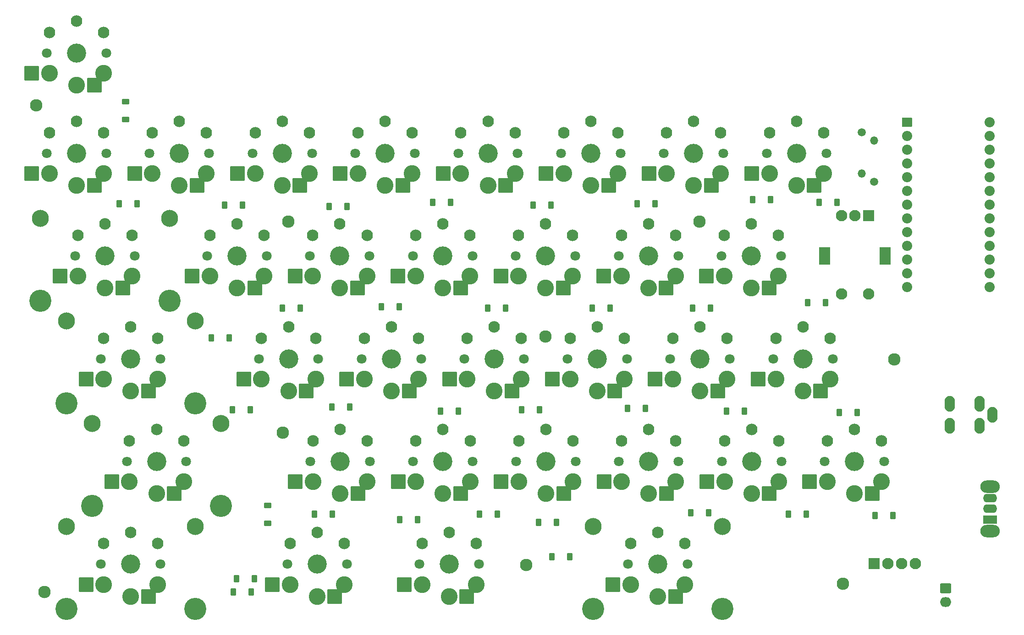
<source format=gbr>
%TF.GenerationSoftware,KiCad,Pcbnew,8.0.6*%
%TF.CreationDate,2024-11-01T15:41:53-06:00*%
%TF.ProjectId,simple_split,73696d70-6c65-45f7-9370-6c69742e6b69,v1.0.0*%
%TF.SameCoordinates,Original*%
%TF.FileFunction,Soldermask,Bot*%
%TF.FilePolarity,Negative*%
%FSLAX46Y46*%
G04 Gerber Fmt 4.6, Leading zero omitted, Abs format (unit mm)*
G04 Created by KiCad (PCBNEW 8.0.6) date 2024-11-01 15:41:53*
%MOMM*%
%LPD*%
G01*
G04 APERTURE LIST*
G04 Aperture macros list*
%AMRoundRect*
0 Rectangle with rounded corners*
0 $1 Rounding radius*
0 $2 $3 $4 $5 $6 $7 $8 $9 X,Y pos of 4 corners*
0 Add a 4 corners polygon primitive as box body*
4,1,4,$2,$3,$4,$5,$6,$7,$8,$9,$2,$3,0*
0 Add four circle primitives for the rounded corners*
1,1,$1+$1,$2,$3*
1,1,$1+$1,$4,$5*
1,1,$1+$1,$6,$7*
1,1,$1+$1,$8,$9*
0 Add four rect primitives between the rounded corners*
20,1,$1+$1,$2,$3,$4,$5,0*
20,1,$1+$1,$4,$5,$6,$7,0*
20,1,$1+$1,$6,$7,$8,$9,0*
20,1,$1+$1,$8,$9,$2,$3,0*%
G04 Aperture macros list end*
%ADD10C,4.087800*%
%ADD11C,3.148000*%
%ADD12C,1.801800*%
%ADD13C,3.100000*%
%ADD14C,3.529000*%
%ADD15RoundRect,0.050000X1.300000X1.300000X-1.300000X1.300000X-1.300000X-1.300000X1.300000X-1.300000X0*%
%ADD16C,2.132000*%
%ADD17C,1.500000*%
%ADD18O,1.500000X1.500000*%
%ADD19C,0.900000*%
%ADD20RoundRect,0.050000X0.450000X0.600000X-0.450000X0.600000X-0.450000X-0.600000X0.450000X-0.600000X0*%
%ADD21RoundRect,0.050000X-0.450000X-0.600000X0.450000X-0.600000X0.450000X0.600000X-0.450000X0.600000X0*%
%ADD22C,2.300000*%
%ADD23RoundRect,0.264706X-0.785294X0.635294X-0.785294X-0.635294X0.785294X-0.635294X0.785294X0.635294X0*%
%ADD24O,2.100000X1.800000*%
%ADD25RoundRect,0.050000X-1.000000X-1.000000X1.000000X-1.000000X1.000000X1.000000X-1.000000X1.000000X0*%
%ADD26C,2.100000*%
%ADD27RoundRect,0.050000X-0.600000X0.450000X-0.600000X-0.450000X0.600000X-0.450000X0.600000X0.450000X0*%
%ADD28RoundRect,0.050000X-0.889000X-0.762000X0.889000X-0.762000X0.889000X0.762000X-0.889000X0.762000X0*%
%ADD29C,1.878000*%
%ADD30RoundRect,0.050000X0.600000X-0.450000X0.600000X0.450000X-0.600000X0.450000X-0.600000X-0.450000X0*%
%ADD31O,3.600000X2.300000*%
%ADD32RoundRect,0.050000X1.250000X-0.750000X1.250000X0.750000X-1.250000X0.750000X-1.250000X-0.750000X0*%
%ADD33O,2.600000X1.600000*%
%ADD34O,1.900000X2.900000*%
%ADD35RoundRect,0.050000X-1.000000X1.000000X-1.000000X-1.000000X1.000000X-1.000000X1.000000X1.000000X0*%
%ADD36RoundRect,0.050000X-1.000000X1.600000X-1.000000X-1.600000X1.000000X-1.600000X1.000000X1.600000X0*%
G04 APERTURE END LIST*
D10*
%TO.C,DRA5*%
X239175500Y-193607000D03*
X215375500Y-193607000D03*
D11*
X239175500Y-178367000D03*
X215375500Y-178367000D03*
%TD*%
D10*
%TO.C,DRA4*%
X141832500Y-193607000D03*
X118032500Y-193607000D03*
D11*
X141832500Y-178367000D03*
X118032500Y-178367000D03*
%TD*%
D10*
%TO.C,DRA3*%
X146595000Y-174607000D03*
X122795000Y-174607000D03*
D11*
X146595000Y-159367000D03*
X122795000Y-159367000D03*
%TD*%
D10*
%TO.C,DRA2*%
X137070000Y-136607000D03*
X113270000Y-136607000D03*
D11*
X137070000Y-121367000D03*
X113270000Y-121367000D03*
%TD*%
D10*
%TO.C,DRA1*%
X141832500Y-155607000D03*
X118032500Y-155607000D03*
D11*
X141832500Y-140367000D03*
X118032500Y-140367000D03*
%TD*%
D12*
%TO.C,S33*%
X258407500Y-109352000D03*
D13*
X257907500Y-113102000D03*
X252907500Y-115302000D03*
D14*
X252907500Y-109352000D03*
D13*
X247907500Y-113102000D03*
D12*
X247407500Y-109352000D03*
D15*
X256182500Y-115302000D03*
D16*
X252907500Y-103452000D03*
X257907500Y-105552000D03*
X247907500Y-105552000D03*
D15*
X244632500Y-113102000D03*
%TD*%
D17*
%TO.C,R3*%
X267260000Y-114644000D03*
D18*
X267260000Y-107024000D03*
%TD*%
D19*
%TO.C,D26*%
X236652000Y-175858000D03*
D20*
X236652000Y-175858000D03*
D19*
X233352000Y-175858000D03*
D20*
X233352000Y-175858000D03*
%TD*%
D19*
%TO.C,D24*%
X194364000Y-176112000D03*
D21*
X194364000Y-176112000D03*
D19*
X197664000Y-176112000D03*
D21*
X197664000Y-176112000D03*
%TD*%
D12*
%TO.C,S31*%
X194225500Y-185352000D03*
D13*
X193725500Y-189102000D03*
X188725500Y-191302000D03*
D14*
X188725500Y-185352000D03*
D13*
X183725500Y-189102000D03*
D12*
X183225500Y-185352000D03*
D15*
X192000500Y-191302000D03*
D16*
X188725500Y-179452000D03*
X193725500Y-181552000D03*
X183725500Y-181552000D03*
D15*
X180450500Y-189102000D03*
%TD*%
D12*
%TO.C,S8*%
X130670000Y-128352000D03*
D13*
X130170000Y-132102000D03*
X125170000Y-134302000D03*
D14*
X125170000Y-128352000D03*
D13*
X120170000Y-132102000D03*
D12*
X119670000Y-128352000D03*
D15*
X128445000Y-134302000D03*
D16*
X125170000Y-122452000D03*
X130170000Y-124552000D03*
X120170000Y-124552000D03*
D15*
X116895000Y-132102000D03*
%TD*%
D19*
%TO.C,D6*%
X226746000Y-118708000D03*
D20*
X226746000Y-118708000D03*
D19*
X223446000Y-118708000D03*
D20*
X223446000Y-118708000D03*
%TD*%
D19*
%TO.C,D33*%
X260400000Y-118454000D03*
D20*
X260400000Y-118454000D03*
D19*
X257100000Y-118454000D03*
D20*
X257100000Y-118454000D03*
%TD*%
D19*
%TO.C,D9*%
X161214000Y-138012000D03*
D20*
X161214000Y-138012000D03*
D19*
X157914000Y-138012000D03*
D20*
X157914000Y-138012000D03*
%TD*%
D22*
%TO.C,M1*%
X112500000Y-100500000D03*
%TD*%
D19*
%TO.C,D16*%
X170358000Y-156300000D03*
D20*
X170358000Y-156300000D03*
D19*
X167058000Y-156300000D03*
D20*
X167058000Y-156300000D03*
%TD*%
D19*
%TO.C,D10*%
X179502000Y-137758000D03*
D20*
X179502000Y-137758000D03*
D19*
X176202000Y-137758000D03*
D20*
X176202000Y-137758000D03*
%TD*%
D12*
%TO.C,S20*%
X240579000Y-147352000D03*
D13*
X240079000Y-151102000D03*
X235079000Y-153302000D03*
D14*
X235079000Y-147352000D03*
D13*
X230079000Y-151102000D03*
D12*
X229579000Y-147352000D03*
D15*
X238354000Y-153302000D03*
D16*
X235079000Y-141452000D03*
X240079000Y-143552000D03*
X230079000Y-143552000D03*
D15*
X226804000Y-151102000D03*
%TD*%
D12*
%TO.C,S11*%
X193054000Y-128352000D03*
D13*
X192554000Y-132102000D03*
X187554000Y-134302000D03*
D14*
X187554000Y-128352000D03*
D13*
X182554000Y-132102000D03*
D12*
X182054000Y-128352000D03*
D15*
X190829000Y-134302000D03*
D16*
X187554000Y-122452000D03*
X192554000Y-124552000D03*
X182554000Y-124552000D03*
D15*
X179279000Y-132102000D03*
%TD*%
D23*
%TO.C,J2*%
X280475500Y-189848000D03*
D24*
X280475500Y-192348000D03*
%TD*%
D22*
%TO.C,M9*%
X261500000Y-189000000D03*
%TD*%
D19*
%TO.C,D23*%
X167184000Y-176112000D03*
D20*
X167184000Y-176112000D03*
D19*
X163884000Y-176112000D03*
D20*
X163884000Y-176112000D03*
%TD*%
D19*
%TO.C,D7*%
X248082000Y-117946000D03*
D20*
X248082000Y-117946000D03*
D19*
X244782000Y-117946000D03*
D20*
X244782000Y-117946000D03*
%TD*%
D12*
%TO.C,S6*%
X220407500Y-109352000D03*
D13*
X219907500Y-113102000D03*
X214907500Y-115302000D03*
D14*
X214907500Y-109352000D03*
D13*
X209907500Y-113102000D03*
D12*
X209407500Y-109352000D03*
D15*
X218182500Y-115302000D03*
D16*
X214907500Y-103452000D03*
X219907500Y-105552000D03*
X209907500Y-105552000D03*
D15*
X206632500Y-113102000D03*
%TD*%
D25*
%TO.C,U2*%
X267260000Y-185256000D03*
D26*
X269800000Y-185256000D03*
X272340000Y-185256000D03*
X274880000Y-185256000D03*
%TD*%
D22*
%TO.C,M7*%
X235000000Y-122000000D03*
%TD*%
%TO.C,M5*%
X203000000Y-185500000D03*
%TD*%
D12*
%TO.C,S35*%
X125407500Y-90800000D03*
D13*
X124907500Y-94550000D03*
X119907500Y-96750000D03*
D14*
X119907500Y-90800000D03*
D13*
X114907500Y-94550000D03*
D12*
X114407500Y-90800000D03*
D15*
X123182500Y-96750000D03*
D16*
X119907500Y-84900000D03*
X124907500Y-87000000D03*
X114907500Y-87000000D03*
D15*
X111632500Y-94550000D03*
%TD*%
D12*
%TO.C,S4*%
X182407500Y-109352000D03*
D13*
X181907500Y-113102000D03*
X176907500Y-115302000D03*
D14*
X176907500Y-109352000D03*
D13*
X171907500Y-113102000D03*
D12*
X171407500Y-109352000D03*
D15*
X180182500Y-115302000D03*
D16*
X176907500Y-103452000D03*
X181907500Y-105552000D03*
X171907500Y-105552000D03*
D15*
X168632500Y-113102000D03*
%TD*%
D12*
%TO.C,S3*%
X163407500Y-109352000D03*
D13*
X162907500Y-113102000D03*
X157907500Y-115302000D03*
D14*
X157907500Y-109352000D03*
D13*
X152907500Y-113102000D03*
D12*
X152407500Y-109352000D03*
D15*
X161182500Y-115302000D03*
D16*
X157907500Y-103452000D03*
X162907500Y-105552000D03*
X152907500Y-105552000D03*
D15*
X149632500Y-113102000D03*
%TD*%
D19*
%TO.C,D15*%
X152000000Y-156808000D03*
D20*
X152000000Y-156808000D03*
D19*
X148700000Y-156808000D03*
D20*
X148700000Y-156808000D03*
%TD*%
D12*
%TO.C,S5*%
X201407500Y-109352000D03*
D13*
X200907500Y-113102000D03*
X195907500Y-115302000D03*
D14*
X195907500Y-109352000D03*
D13*
X190907500Y-113102000D03*
D12*
X190407500Y-109352000D03*
D15*
X199182500Y-115302000D03*
D16*
X195907500Y-103452000D03*
X200907500Y-105552000D03*
X190907500Y-105552000D03*
D15*
X187632500Y-113102000D03*
%TD*%
D19*
%TO.C,D4*%
X189026000Y-118454000D03*
D20*
X189026000Y-118454000D03*
D19*
X185726000Y-118454000D03*
D20*
X185726000Y-118454000D03*
%TD*%
D19*
%TO.C,D5*%
X207568000Y-118962000D03*
D20*
X207568000Y-118962000D03*
D19*
X204268000Y-118962000D03*
D20*
X204268000Y-118962000D03*
%TD*%
D12*
%TO.C,S25*%
X212104000Y-166352000D03*
D13*
X211604000Y-170102000D03*
X206604000Y-172302000D03*
D14*
X206604000Y-166352000D03*
D13*
X201604000Y-170102000D03*
D12*
X201104000Y-166352000D03*
D15*
X209879000Y-172302000D03*
D16*
X206604000Y-160452000D03*
X211604000Y-162552000D03*
X201604000Y-162552000D03*
D15*
X198329000Y-170102000D03*
%TD*%
D12*
%TO.C,S7*%
X239407500Y-109352000D03*
D13*
X238907500Y-113102000D03*
X233907500Y-115302000D03*
D14*
X233907500Y-109352000D03*
D13*
X228907500Y-113102000D03*
D12*
X228407500Y-109352000D03*
D15*
X237182500Y-115302000D03*
D16*
X233907500Y-103452000D03*
X238907500Y-105552000D03*
X228907500Y-105552000D03*
D15*
X225632500Y-113102000D03*
%TD*%
D12*
%TO.C,S1*%
X125407500Y-109352000D03*
D13*
X124907500Y-113102000D03*
X119907500Y-115302000D03*
D14*
X119907500Y-109352000D03*
D13*
X114907500Y-113102000D03*
D12*
X114407500Y-109352000D03*
D15*
X123182500Y-115302000D03*
D16*
X119907500Y-103452000D03*
X124907500Y-105552000D03*
X114907500Y-105552000D03*
D15*
X111632500Y-113102000D03*
%TD*%
D19*
%TO.C,D30*%
X155246000Y-174462000D03*
D27*
X155246000Y-174462000D03*
D19*
X155246000Y-177762000D03*
D27*
X155246000Y-177762000D03*
%TD*%
D19*
%TO.C,D28*%
X267388000Y-176366000D03*
D21*
X267388000Y-176366000D03*
D19*
X270688000Y-176366000D03*
D21*
X270688000Y-176366000D03*
%TD*%
D12*
%TO.C,S12*%
X212054000Y-128352000D03*
D13*
X211554000Y-132102000D03*
X206554000Y-134302000D03*
D14*
X206554000Y-128352000D03*
D13*
X201554000Y-132102000D03*
D12*
X201054000Y-128352000D03*
D15*
X209829000Y-134302000D03*
D16*
X206554000Y-122452000D03*
X211554000Y-124552000D03*
X201554000Y-124552000D03*
D15*
X198279000Y-132102000D03*
%TD*%
D12*
%TO.C,S24*%
X193104000Y-166352000D03*
D13*
X192604000Y-170102000D03*
X187604000Y-172302000D03*
D14*
X187604000Y-166352000D03*
D13*
X182604000Y-170102000D03*
D12*
X182104000Y-166352000D03*
D15*
X190879000Y-172302000D03*
D16*
X187604000Y-160452000D03*
X192604000Y-162552000D03*
X182604000Y-162552000D03*
D15*
X179329000Y-170102000D03*
%TD*%
D19*
%TO.C,D12*%
X218490000Y-138012000D03*
D20*
X218490000Y-138012000D03*
D19*
X215190000Y-138012000D03*
D20*
X215190000Y-138012000D03*
%TD*%
D28*
%TO.C,U1*%
X273356000Y-103595000D03*
D29*
X273356000Y-106135000D03*
X273356000Y-108675000D03*
X273356000Y-111215000D03*
X273356000Y-113755000D03*
X273356000Y-116295000D03*
X273356000Y-118835000D03*
X273356000Y-121375000D03*
X273356000Y-123915000D03*
X273356000Y-126455000D03*
X273356000Y-128995000D03*
X273356000Y-131535000D03*
X273356000Y-134075000D03*
X288596000Y-134075000D03*
X288596000Y-131535000D03*
X288596000Y-128995000D03*
X288596000Y-126455000D03*
X288596000Y-123915000D03*
X288596000Y-121375000D03*
X288596000Y-118835000D03*
X288596000Y-116295000D03*
X288596000Y-113755000D03*
X288596000Y-111215000D03*
X288596000Y-108675000D03*
X288596000Y-106135000D03*
X288596000Y-103595000D03*
%TD*%
D19*
%TO.C,D17*%
X190424000Y-157062000D03*
D20*
X190424000Y-157062000D03*
D19*
X187124000Y-157062000D03*
D20*
X187124000Y-157062000D03*
%TD*%
D22*
%TO.C,M2*%
X114000000Y-190500000D03*
%TD*%
D19*
%TO.C,D14*%
X258242000Y-136996000D03*
D20*
X258242000Y-136996000D03*
D19*
X254942000Y-136996000D03*
D20*
X254942000Y-136996000D03*
%TD*%
D22*
%TO.C,M6*%
X206502000Y-143256000D03*
%TD*%
D19*
%TO.C,D20*%
X239956000Y-157062000D03*
D21*
X239956000Y-157062000D03*
D19*
X243256000Y-157062000D03*
D21*
X243256000Y-157062000D03*
%TD*%
D19*
%TO.C,D25*%
X208586000Y-177636000D03*
D20*
X208586000Y-177636000D03*
D19*
X205286000Y-177636000D03*
D20*
X205286000Y-177636000D03*
%TD*%
D19*
%TO.C,D22*%
X152800000Y-188000000D03*
D20*
X152800000Y-188000000D03*
D19*
X149500000Y-188000000D03*
D20*
X149500000Y-188000000D03*
%TD*%
D12*
%TO.C,S2*%
X144407500Y-109352000D03*
D13*
X143907500Y-113102000D03*
X138907500Y-115302000D03*
D14*
X138907500Y-109352000D03*
D13*
X133907500Y-113102000D03*
D12*
X133407500Y-109352000D03*
D15*
X142182500Y-115302000D03*
D16*
X138907500Y-103452000D03*
X143907500Y-105552000D03*
X133907500Y-105552000D03*
D15*
X130632500Y-113102000D03*
%TD*%
D19*
%TO.C,D3*%
X169850000Y-119216000D03*
D20*
X169850000Y-119216000D03*
D19*
X166550000Y-119216000D03*
D20*
X166550000Y-119216000D03*
%TD*%
D12*
%TO.C,S16*%
X164579000Y-147352000D03*
D13*
X164079000Y-151102000D03*
X159079000Y-153302000D03*
D14*
X159079000Y-147352000D03*
D13*
X154079000Y-151102000D03*
D12*
X153579000Y-147352000D03*
D15*
X162354000Y-153302000D03*
D16*
X159079000Y-141452000D03*
X164079000Y-143552000D03*
X154079000Y-143552000D03*
D15*
X150804000Y-151102000D03*
%TD*%
D12*
%TO.C,S21*%
X259579000Y-147352000D03*
D13*
X259079000Y-151102000D03*
X254079000Y-153302000D03*
D14*
X254079000Y-147352000D03*
D13*
X249079000Y-151102000D03*
D12*
X248579000Y-147352000D03*
D15*
X257354000Y-153302000D03*
D16*
X254079000Y-141452000D03*
X259079000Y-143552000D03*
X249079000Y-143552000D03*
D15*
X245804000Y-151102000D03*
%TD*%
D12*
%TO.C,S26*%
X231104000Y-166352000D03*
D13*
X230604000Y-170102000D03*
X225604000Y-172302000D03*
D14*
X225604000Y-166352000D03*
D13*
X220604000Y-170102000D03*
D12*
X220104000Y-166352000D03*
D15*
X228879000Y-172302000D03*
D16*
X225604000Y-160452000D03*
X230604000Y-162552000D03*
X220604000Y-162552000D03*
D15*
X217329000Y-170102000D03*
%TD*%
D19*
%TO.C,D21*%
X260784000Y-157316000D03*
D21*
X260784000Y-157316000D03*
D19*
X264084000Y-157316000D03*
D21*
X264084000Y-157316000D03*
%TD*%
D12*
%TO.C,S17*%
X183579000Y-147352000D03*
D13*
X183079000Y-151102000D03*
X178079000Y-153302000D03*
D14*
X178079000Y-147352000D03*
D13*
X173079000Y-151102000D03*
D12*
X172579000Y-147352000D03*
D15*
X181354000Y-153302000D03*
D16*
X178079000Y-141452000D03*
X183079000Y-143552000D03*
X173079000Y-143552000D03*
D15*
X169804000Y-151102000D03*
%TD*%
D12*
%TO.C,S18*%
X202579000Y-147352000D03*
D13*
X202079000Y-151102000D03*
X197079000Y-153302000D03*
D14*
X197079000Y-147352000D03*
D13*
X192079000Y-151102000D03*
D12*
X191579000Y-147352000D03*
D15*
X200354000Y-153302000D03*
D16*
X197079000Y-141452000D03*
X202079000Y-143552000D03*
X192079000Y-143552000D03*
D15*
X188804000Y-151102000D03*
%TD*%
D19*
%TO.C,D35*%
X129000000Y-103150000D03*
D30*
X129000000Y-103150000D03*
D19*
X129000000Y-99850000D03*
D30*
X129000000Y-99850000D03*
%TD*%
D22*
%TO.C,M8*%
X271000000Y-147500000D03*
%TD*%
D12*
%TO.C,S32*%
X232775500Y-185352000D03*
D13*
X232275500Y-189102000D03*
X227275500Y-191302000D03*
D14*
X227275500Y-185352000D03*
D13*
X222275500Y-189102000D03*
D12*
X221775500Y-185352000D03*
D15*
X230550500Y-191302000D03*
D16*
X227275500Y-179452000D03*
X232275500Y-181552000D03*
X222275500Y-181552000D03*
D15*
X219000500Y-189102000D03*
%TD*%
D12*
%TO.C,S29*%
X135432500Y-185352000D03*
D13*
X134932500Y-189102000D03*
X129932500Y-191302000D03*
D14*
X129932500Y-185352000D03*
D13*
X124932500Y-189102000D03*
D12*
X124432500Y-185352000D03*
D15*
X133207500Y-191302000D03*
D16*
X129932500Y-179452000D03*
X134932500Y-181552000D03*
X124932500Y-181552000D03*
D15*
X121657500Y-189102000D03*
%TD*%
D19*
%TO.C,D31*%
X179630000Y-177128000D03*
D21*
X179630000Y-177128000D03*
D19*
X182930000Y-177128000D03*
D21*
X182930000Y-177128000D03*
%TD*%
D12*
%TO.C,S23*%
X174104000Y-166352000D03*
D13*
X173604000Y-170102000D03*
X168604000Y-172302000D03*
D14*
X168604000Y-166352000D03*
D13*
X163604000Y-170102000D03*
D12*
X163104000Y-166352000D03*
D15*
X171879000Y-172302000D03*
D16*
X168604000Y-160452000D03*
X173604000Y-162552000D03*
X163604000Y-162552000D03*
D15*
X160329000Y-170102000D03*
%TD*%
D19*
%TO.C,D11*%
X199186000Y-138012000D03*
D20*
X199186000Y-138012000D03*
D19*
X195886000Y-138012000D03*
D20*
X195886000Y-138012000D03*
%TD*%
D12*
%TO.C,S14*%
X250054000Y-128352000D03*
D13*
X249554000Y-132102000D03*
X244554000Y-134302000D03*
D14*
X244554000Y-128352000D03*
D13*
X239554000Y-132102000D03*
D12*
X239054000Y-128352000D03*
D15*
X247829000Y-134302000D03*
D16*
X244554000Y-122452000D03*
X249554000Y-124552000D03*
X239554000Y-124552000D03*
D15*
X236279000Y-132102000D03*
%TD*%
D22*
%TO.C,M3*%
X158000000Y-161000000D03*
%TD*%
D19*
%TO.C,D32*%
X207700000Y-184000000D03*
D21*
X207700000Y-184000000D03*
D19*
X211000000Y-184000000D03*
D21*
X211000000Y-184000000D03*
%TD*%
D31*
%TO.C,SW1*%
X288628000Y-179196000D03*
X288628000Y-170996000D03*
D32*
X288628000Y-177096000D03*
D33*
X288628000Y-175096000D03*
X288628000Y-173096000D03*
%TD*%
D19*
%TO.C,D2*%
X150546000Y-118962000D03*
D20*
X150546000Y-118962000D03*
D19*
X147246000Y-118962000D03*
D20*
X147246000Y-118962000D03*
%TD*%
D34*
%TO.C,J1*%
X281194000Y-155724000D03*
X281194000Y-159724000D03*
X289094000Y-157724000D03*
X286694000Y-155724000D03*
X286694000Y-159724000D03*
%TD*%
D19*
%TO.C,D27*%
X251386000Y-176112000D03*
D21*
X251386000Y-176112000D03*
D19*
X254686000Y-176112000D03*
D21*
X254686000Y-176112000D03*
%TD*%
D12*
%TO.C,S27*%
X250104000Y-166352000D03*
D13*
X249604000Y-170102000D03*
X244604000Y-172302000D03*
D14*
X244604000Y-166352000D03*
D13*
X239604000Y-170102000D03*
D12*
X239104000Y-166352000D03*
D15*
X247879000Y-172302000D03*
D16*
X244604000Y-160452000D03*
X249604000Y-162552000D03*
X239604000Y-162552000D03*
D15*
X236329000Y-170102000D03*
%TD*%
D35*
%TO.C,R1*%
X266204000Y-120856000D03*
D26*
X261204000Y-120856000D03*
X263704000Y-120856000D03*
D36*
X269304000Y-128356000D03*
X258104000Y-128356000D03*
D26*
X261204000Y-135356000D03*
X266204000Y-135356000D03*
%TD*%
D22*
%TO.C,M4*%
X159000000Y-122000000D03*
%TD*%
D12*
%TO.C,S28*%
X269104000Y-166352000D03*
D13*
X268604000Y-170102000D03*
X263604000Y-172302000D03*
D14*
X263604000Y-166352000D03*
D13*
X258604000Y-170102000D03*
D12*
X258104000Y-166352000D03*
D15*
X266879000Y-172302000D03*
D16*
X263604000Y-160452000D03*
X268604000Y-162552000D03*
X258604000Y-162552000D03*
D15*
X255329000Y-170102000D03*
%TD*%
D19*
%TO.C,D29*%
X152150000Y-190500000D03*
D20*
X152150000Y-190500000D03*
D19*
X148850000Y-190500000D03*
D20*
X148850000Y-190500000D03*
%TD*%
D19*
%TO.C,D13*%
X237032000Y-138012000D03*
D20*
X237032000Y-138012000D03*
D19*
X233732000Y-138012000D03*
D20*
X233732000Y-138012000D03*
%TD*%
D12*
%TO.C,S15*%
X135432500Y-147352000D03*
D13*
X134932500Y-151102000D03*
X129932500Y-153302000D03*
D14*
X129932500Y-147352000D03*
D13*
X124932500Y-151102000D03*
D12*
X124432500Y-147352000D03*
D15*
X133207500Y-153302000D03*
D16*
X129932500Y-141452000D03*
X134932500Y-143552000D03*
X124932500Y-143552000D03*
D15*
X121657500Y-151102000D03*
%TD*%
D12*
%TO.C,S22*%
X140195000Y-166352000D03*
D13*
X139695000Y-170102000D03*
X134695000Y-172302000D03*
D14*
X134695000Y-166352000D03*
D13*
X129695000Y-170102000D03*
D12*
X129195000Y-166352000D03*
D15*
X137970000Y-172302000D03*
D16*
X134695000Y-160452000D03*
X139695000Y-162552000D03*
X129695000Y-162552000D03*
D15*
X126420000Y-170102000D03*
%TD*%
D19*
%TO.C,D19*%
X221668000Y-156554000D03*
D21*
X221668000Y-156554000D03*
D19*
X224968000Y-156554000D03*
D21*
X224968000Y-156554000D03*
%TD*%
D12*
%TO.C,S19*%
X221579000Y-147352000D03*
D13*
X221079000Y-151102000D03*
X216079000Y-153302000D03*
D14*
X216079000Y-147352000D03*
D13*
X211079000Y-151102000D03*
D12*
X210579000Y-147352000D03*
D15*
X219354000Y-153302000D03*
D16*
X216079000Y-141452000D03*
X221079000Y-143552000D03*
X211079000Y-143552000D03*
D15*
X207804000Y-151102000D03*
%TD*%
D12*
%TO.C,S9*%
X155054000Y-128352000D03*
D13*
X154554000Y-132102000D03*
X149554000Y-134302000D03*
D14*
X149554000Y-128352000D03*
D13*
X144554000Y-132102000D03*
D12*
X144054000Y-128352000D03*
D15*
X152829000Y-134302000D03*
D16*
X149554000Y-122452000D03*
X154554000Y-124552000D03*
X144554000Y-124552000D03*
D15*
X141279000Y-132102000D03*
%TD*%
D19*
%TO.C,D18*%
X202110000Y-156808000D03*
D21*
X202110000Y-156808000D03*
D19*
X205410000Y-156808000D03*
D21*
X205410000Y-156808000D03*
%TD*%
D12*
%TO.C,S13*%
X231054000Y-128352000D03*
D13*
X230554000Y-132102000D03*
X225554000Y-134302000D03*
D14*
X225554000Y-128352000D03*
D13*
X220554000Y-132102000D03*
D12*
X220054000Y-128352000D03*
D15*
X228829000Y-134302000D03*
D16*
X225554000Y-122452000D03*
X230554000Y-124552000D03*
X220554000Y-124552000D03*
D15*
X217279000Y-132102000D03*
%TD*%
D19*
%TO.C,D1*%
X131116000Y-118708000D03*
D20*
X131116000Y-118708000D03*
D19*
X127816000Y-118708000D03*
D20*
X127816000Y-118708000D03*
%TD*%
D19*
%TO.C,D8*%
X148150000Y-143500000D03*
D20*
X148150000Y-143500000D03*
D19*
X144850000Y-143500000D03*
D20*
X144850000Y-143500000D03*
%TD*%
D17*
%TO.C,R2*%
X264974000Y-105500000D03*
D18*
X264974000Y-113120000D03*
%TD*%
D12*
%TO.C,S10*%
X174054000Y-128352000D03*
D13*
X173554000Y-132102000D03*
X168554000Y-134302000D03*
D14*
X168554000Y-128352000D03*
D13*
X163554000Y-132102000D03*
D12*
X163054000Y-128352000D03*
D15*
X171829000Y-134302000D03*
D16*
X168554000Y-122452000D03*
X173554000Y-124552000D03*
X163554000Y-124552000D03*
D15*
X160279000Y-132102000D03*
%TD*%
D12*
%TO.C,S30*%
X169841500Y-185352000D03*
D13*
X169341500Y-189102000D03*
X164341500Y-191302000D03*
D14*
X164341500Y-185352000D03*
D13*
X159341500Y-189102000D03*
D12*
X158841500Y-185352000D03*
D15*
X167616500Y-191302000D03*
D16*
X164341500Y-179452000D03*
X169341500Y-181552000D03*
X159341500Y-181552000D03*
D15*
X156066500Y-189102000D03*
%TD*%
M02*

</source>
